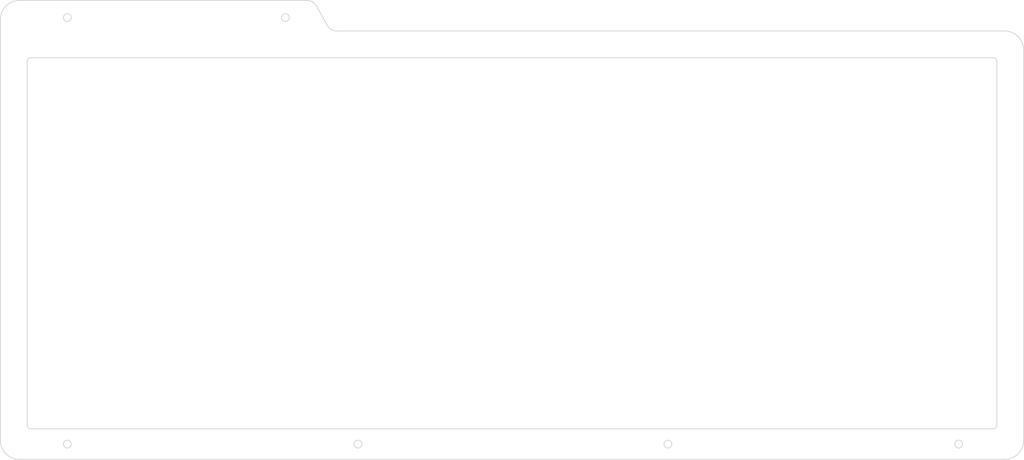
<source format=kicad_pcb>
(kicad_pcb (version 20171130) (host pcbnew 5.0.1)

  (general
    (thickness 1.6)
    (drawings 26)
    (tracks 0)
    (zones 0)
    (modules 0)
    (nets 1)
  )

  (page A3)
  (layers
    (0 F.Cu signal)
    (31 B.Cu signal)
    (32 B.Adhes user)
    (33 F.Adhes user)
    (34 B.Paste user)
    (35 F.Paste user)
    (36 B.SilkS user)
    (37 F.SilkS user)
    (38 B.Mask user)
    (39 F.Mask user)
    (40 Dwgs.User user)
    (41 Cmts.User user)
    (42 Eco1.User user)
    (43 Eco2.User user)
    (44 Edge.Cuts user)
    (45 Margin user)
    (46 B.CrtYd user)
    (47 F.CrtYd user)
    (48 B.Fab user)
    (49 F.Fab user)
  )

  (setup
    (last_trace_width 0.25)
    (trace_clearance 0.2)
    (zone_clearance 0.508)
    (zone_45_only no)
    (trace_min 0.2)
    (segment_width 0.2)
    (edge_width 0.2)
    (via_size 0.8)
    (via_drill 0.4)
    (via_min_size 0.4)
    (via_min_drill 0.3)
    (uvia_size 0.3)
    (uvia_drill 0.1)
    (uvias_allowed no)
    (uvia_min_size 0.2)
    (uvia_min_drill 0.1)
    (pcb_text_width 0.3)
    (pcb_text_size 1.5 1.5)
    (mod_edge_width 0.15)
    (mod_text_size 1 1)
    (mod_text_width 0.15)
    (pad_size 1.524 1.524)
    (pad_drill 0.762)
    (pad_to_mask_clearance 0.051)
    (solder_mask_min_width 0.25)
    (aux_axis_origin 0 0)
    (visible_elements FFFDF7FF)
    (pcbplotparams
      (layerselection 0x010fc_ffffffff)
      (usegerberextensions true)
      (usegerberattributes false)
      (usegerberadvancedattributes false)
      (creategerberjobfile false)
      (excludeedgelayer false)
      (linewidth 0.100000)
      (plotframeref false)
      (viasonmask false)
      (mode 1)
      (useauxorigin false)
      (hpglpennumber 1)
      (hpglpenspeed 20)
      (hpglpendiameter 15.000000)
      (psnegative false)
      (psa4output false)
      (plotreference true)
      (plotvalue true)
      (plotinvisibletext false)
      (padsonsilk false)
      (subtractmaskfromsilk false)
      (outputformat 1)
      (mirror false)
      (drillshape 0)
      (scaleselection 1)
      (outputdirectory "../Photos/Profiled Case/"))
  )

  (net 0 "")

  (net_class Default "This is the default net class."
    (clearance 0.2)
    (trace_width 0.25)
    (via_dia 0.8)
    (via_drill 0.4)
    (uvia_dia 0.3)
    (uvia_drill 0.1)
  )

  (gr_line (start 81.5 84) (end 81.5 179) (layer Edge.Cuts) (width 0.2))
  (gr_arc (start 334 84) (end 335 84) (angle -90) (layer Edge.Cuts) (width 0.2))
  (gr_arc (start 334 179) (end 334 180) (angle -90) (layer Edge.Cuts) (width 0.2))
  (gr_arc (start 82.5 179) (end 81.5 179) (angle -90) (layer Edge.Cuts) (width 0.2))
  (gr_arc (start 82.5 84) (end 82.5 83) (angle -90) (layer Edge.Cuts) (width 0.2))
  (gr_line (start 82.5 180) (end 334 180) (layer Edge.Cuts) (width 0.2))
  (gr_line (start 335 179) (end 335 84) (layer Edge.Cuts) (width 0.2))
  (gr_line (start 82.5 83) (end 334 83) (layer Edge.Cuts) (width 0.2))
  (gr_arc (start 162.499999 73.084525) (end 159.975 74.55) (angle -59.86970476) (layer Edge.Cuts) (width 0.2) (tstamp 5C5DF46D))
  (gr_arc (start 154.6 70.915475) (end 157.099999 69.415476) (angle -59.03624347) (layer Edge.Cuts) (width 0.2))
  (gr_arc (start 79.5 73) (end 79.5 68) (angle -90) (layer Edge.Cuts) (width 0.2))
  (gr_arc (start 79.5 183) (end 74.5 183) (angle -90) (layer Edge.Cuts) (width 0.2))
  (gr_arc (start 337 81) (end 342 81) (angle -90) (layer Edge.Cuts) (width 0.2))
  (gr_arc (start 337 183) (end 337 188) (angle -90) (layer Edge.Cuts) (width 0.2))
  (gr_line (start 157.1 69.425) (end 159.975 74.55) (layer Edge.Cuts) (width 0.2))
  (gr_line (start 162.5 76) (end 337 76) (layer Edge.Cuts) (width 0.2))
  (gr_circle (center 168 184) (end 168.9 184.5) (layer Edge.Cuts) (width 0.2))
  (gr_line (start 342 81) (end 342 183) (layer Edge.Cuts) (width 0.2))
  (gr_line (start 74.5 183) (end 74.5 73) (layer Edge.Cuts) (width 0.2) (tstamp 5C457A64))
  (gr_line (start 337 188) (end 79.5 188) (layer Edge.Cuts) (width 0.2))
  (gr_line (start 79.5 68) (end 154.6 68) (layer Edge.Cuts) (width 0.2))
  (gr_circle (center 249 184) (end 250 184.2) (layer Edge.Cuts) (width 0.2))
  (gr_circle (center 325 184) (end 325.9 184.5) (layer Edge.Cuts) (width 0.2))
  (gr_circle (center 92 184) (end 92.9 184.5) (layer Edge.Cuts) (width 0.2))
  (gr_circle (center 92 72.5) (end 92.9 73) (layer Edge.Cuts) (width 0.2))
  (gr_circle (center 149 72.479563) (end 149.9 72.979563) (layer Edge.Cuts) (width 0.2))

)

</source>
